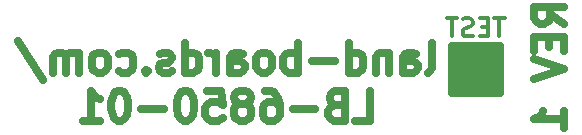
<source format=gbo>
G04 #@! TF.GenerationSoftware,KiCad,Pcbnew,(6.0.1)*
G04 #@! TF.CreationDate,2022-09-10T06:26:57-04:00*
G04 #@! TF.ProjectId,LB-68B50-01,4c422d36-3842-4353-902d-30312e6b6963,1*
G04 #@! TF.SameCoordinates,Original*
G04 #@! TF.FileFunction,Legend,Bot*
G04 #@! TF.FilePolarity,Positive*
%FSLAX46Y46*%
G04 Gerber Fmt 4.6, Leading zero omitted, Abs format (unit mm)*
G04 Created by KiCad (PCBNEW (6.0.1)) date 2022-09-10 06:26:57*
%MOMM*%
%LPD*%
G01*
G04 APERTURE LIST*
%ADD10C,0.635000*%
%ADD11C,0.304800*%
%ADD12C,0.650000*%
G04 APERTURE END LIST*
D10*
X168631809Y-141471347D02*
X168873714Y-141350395D01*
X168994666Y-141108490D01*
X168994666Y-138931347D01*
X166575619Y-141471347D02*
X166575619Y-140140871D01*
X166696571Y-139898966D01*
X166938476Y-139778014D01*
X167422285Y-139778014D01*
X167664190Y-139898966D01*
X166575619Y-141350395D02*
X166817523Y-141471347D01*
X167422285Y-141471347D01*
X167664190Y-141350395D01*
X167785142Y-141108490D01*
X167785142Y-140866585D01*
X167664190Y-140624680D01*
X167422285Y-140503728D01*
X166817523Y-140503728D01*
X166575619Y-140382776D01*
X165366095Y-139778014D02*
X165366095Y-141471347D01*
X165366095Y-140019919D02*
X165245142Y-139898966D01*
X165003238Y-139778014D01*
X164640380Y-139778014D01*
X164398476Y-139898966D01*
X164277523Y-140140871D01*
X164277523Y-141471347D01*
X161979428Y-141471347D02*
X161979428Y-138931347D01*
X161979428Y-141350395D02*
X162221333Y-141471347D01*
X162705142Y-141471347D01*
X162947047Y-141350395D01*
X163068000Y-141229442D01*
X163188952Y-140987538D01*
X163188952Y-140261823D01*
X163068000Y-140019919D01*
X162947047Y-139898966D01*
X162705142Y-139778014D01*
X162221333Y-139778014D01*
X161979428Y-139898966D01*
X160769904Y-140503728D02*
X158834666Y-140503728D01*
X157625142Y-141471347D02*
X157625142Y-138931347D01*
X157625142Y-139898966D02*
X157383238Y-139778014D01*
X156899428Y-139778014D01*
X156657523Y-139898966D01*
X156536571Y-140019919D01*
X156415619Y-140261823D01*
X156415619Y-140987538D01*
X156536571Y-141229442D01*
X156657523Y-141350395D01*
X156899428Y-141471347D01*
X157383238Y-141471347D01*
X157625142Y-141350395D01*
X154964190Y-141471347D02*
X155206095Y-141350395D01*
X155327047Y-141229442D01*
X155448000Y-140987538D01*
X155448000Y-140261823D01*
X155327047Y-140019919D01*
X155206095Y-139898966D01*
X154964190Y-139778014D01*
X154601333Y-139778014D01*
X154359428Y-139898966D01*
X154238476Y-140019919D01*
X154117523Y-140261823D01*
X154117523Y-140987538D01*
X154238476Y-141229442D01*
X154359428Y-141350395D01*
X154601333Y-141471347D01*
X154964190Y-141471347D01*
X151940380Y-141471347D02*
X151940380Y-140140871D01*
X152061333Y-139898966D01*
X152303238Y-139778014D01*
X152787047Y-139778014D01*
X153028952Y-139898966D01*
X151940380Y-141350395D02*
X152182285Y-141471347D01*
X152787047Y-141471347D01*
X153028952Y-141350395D01*
X153149904Y-141108490D01*
X153149904Y-140866585D01*
X153028952Y-140624680D01*
X152787047Y-140503728D01*
X152182285Y-140503728D01*
X151940380Y-140382776D01*
X150730857Y-141471347D02*
X150730857Y-139778014D01*
X150730857Y-140261823D02*
X150609904Y-140019919D01*
X150488952Y-139898966D01*
X150247047Y-139778014D01*
X150005142Y-139778014D01*
X148069904Y-141471347D02*
X148069904Y-138931347D01*
X148069904Y-141350395D02*
X148311809Y-141471347D01*
X148795619Y-141471347D01*
X149037523Y-141350395D01*
X149158476Y-141229442D01*
X149279428Y-140987538D01*
X149279428Y-140261823D01*
X149158476Y-140019919D01*
X149037523Y-139898966D01*
X148795619Y-139778014D01*
X148311809Y-139778014D01*
X148069904Y-139898966D01*
X146981333Y-141350395D02*
X146739428Y-141471347D01*
X146255619Y-141471347D01*
X146013714Y-141350395D01*
X145892761Y-141108490D01*
X145892761Y-140987538D01*
X146013714Y-140745633D01*
X146255619Y-140624680D01*
X146618476Y-140624680D01*
X146860380Y-140503728D01*
X146981333Y-140261823D01*
X146981333Y-140140871D01*
X146860380Y-139898966D01*
X146618476Y-139778014D01*
X146255619Y-139778014D01*
X146013714Y-139898966D01*
X144804190Y-141229442D02*
X144683238Y-141350395D01*
X144804190Y-141471347D01*
X144925142Y-141350395D01*
X144804190Y-141229442D01*
X144804190Y-141471347D01*
X142506095Y-141350395D02*
X142748000Y-141471347D01*
X143231809Y-141471347D01*
X143473714Y-141350395D01*
X143594666Y-141229442D01*
X143715619Y-140987538D01*
X143715619Y-140261823D01*
X143594666Y-140019919D01*
X143473714Y-139898966D01*
X143231809Y-139778014D01*
X142748000Y-139778014D01*
X142506095Y-139898966D01*
X141054666Y-141471347D02*
X141296571Y-141350395D01*
X141417523Y-141229442D01*
X141538476Y-140987538D01*
X141538476Y-140261823D01*
X141417523Y-140019919D01*
X141296571Y-139898966D01*
X141054666Y-139778014D01*
X140691809Y-139778014D01*
X140449904Y-139898966D01*
X140328952Y-140019919D01*
X140208000Y-140261823D01*
X140208000Y-140987538D01*
X140328952Y-141229442D01*
X140449904Y-141350395D01*
X140691809Y-141471347D01*
X141054666Y-141471347D01*
X139119428Y-141471347D02*
X139119428Y-139778014D01*
X139119428Y-140019919D02*
X138998476Y-139898966D01*
X138756571Y-139778014D01*
X138393714Y-139778014D01*
X138151809Y-139898966D01*
X138030857Y-140140871D01*
X138030857Y-141471347D01*
X138030857Y-140140871D02*
X137909904Y-139898966D01*
X137668000Y-139778014D01*
X137305142Y-139778014D01*
X137063238Y-139898966D01*
X136942285Y-140140871D01*
X136942285Y-141471347D01*
X133918476Y-138810395D02*
X136095619Y-142076109D01*
X162523714Y-145560747D02*
X163733238Y-145560747D01*
X163733238Y-143020747D01*
X160830380Y-144230271D02*
X160467523Y-144351223D01*
X160346571Y-144472176D01*
X160225619Y-144714080D01*
X160225619Y-145076938D01*
X160346571Y-145318842D01*
X160467523Y-145439795D01*
X160709428Y-145560747D01*
X161677047Y-145560747D01*
X161677047Y-143020747D01*
X160830380Y-143020747D01*
X160588476Y-143141700D01*
X160467523Y-143262652D01*
X160346571Y-143504557D01*
X160346571Y-143746461D01*
X160467523Y-143988366D01*
X160588476Y-144109319D01*
X160830380Y-144230271D01*
X161677047Y-144230271D01*
X159137047Y-144593128D02*
X157201809Y-144593128D01*
X154903714Y-143020747D02*
X155387523Y-143020747D01*
X155629428Y-143141700D01*
X155750380Y-143262652D01*
X155992285Y-143625509D01*
X156113238Y-144109319D01*
X156113238Y-145076938D01*
X155992285Y-145318842D01*
X155871333Y-145439795D01*
X155629428Y-145560747D01*
X155145619Y-145560747D01*
X154903714Y-145439795D01*
X154782761Y-145318842D01*
X154661809Y-145076938D01*
X154661809Y-144472176D01*
X154782761Y-144230271D01*
X154903714Y-144109319D01*
X155145619Y-143988366D01*
X155629428Y-143988366D01*
X155871333Y-144109319D01*
X155992285Y-144230271D01*
X156113238Y-144472176D01*
X153210380Y-144109319D02*
X153452285Y-143988366D01*
X153573238Y-143867414D01*
X153694190Y-143625509D01*
X153694190Y-143504557D01*
X153573238Y-143262652D01*
X153452285Y-143141700D01*
X153210380Y-143020747D01*
X152726571Y-143020747D01*
X152484666Y-143141700D01*
X152363714Y-143262652D01*
X152242761Y-143504557D01*
X152242761Y-143625509D01*
X152363714Y-143867414D01*
X152484666Y-143988366D01*
X152726571Y-144109319D01*
X153210380Y-144109319D01*
X153452285Y-144230271D01*
X153573238Y-144351223D01*
X153694190Y-144593128D01*
X153694190Y-145076938D01*
X153573238Y-145318842D01*
X153452285Y-145439795D01*
X153210380Y-145560747D01*
X152726571Y-145560747D01*
X152484666Y-145439795D01*
X152363714Y-145318842D01*
X152242761Y-145076938D01*
X152242761Y-144593128D01*
X152363714Y-144351223D01*
X152484666Y-144230271D01*
X152726571Y-144109319D01*
X149944666Y-143020747D02*
X151154190Y-143020747D01*
X151275142Y-144230271D01*
X151154190Y-144109319D01*
X150912285Y-143988366D01*
X150307523Y-143988366D01*
X150065619Y-144109319D01*
X149944666Y-144230271D01*
X149823714Y-144472176D01*
X149823714Y-145076938D01*
X149944666Y-145318842D01*
X150065619Y-145439795D01*
X150307523Y-145560747D01*
X150912285Y-145560747D01*
X151154190Y-145439795D01*
X151275142Y-145318842D01*
X148251333Y-143020747D02*
X148009428Y-143020747D01*
X147767523Y-143141700D01*
X147646571Y-143262652D01*
X147525619Y-143504557D01*
X147404666Y-143988366D01*
X147404666Y-144593128D01*
X147525619Y-145076938D01*
X147646571Y-145318842D01*
X147767523Y-145439795D01*
X148009428Y-145560747D01*
X148251333Y-145560747D01*
X148493238Y-145439795D01*
X148614190Y-145318842D01*
X148735142Y-145076938D01*
X148856095Y-144593128D01*
X148856095Y-143988366D01*
X148735142Y-143504557D01*
X148614190Y-143262652D01*
X148493238Y-143141700D01*
X148251333Y-143020747D01*
X146316095Y-144593128D02*
X144380857Y-144593128D01*
X142687523Y-143020747D02*
X142445619Y-143020747D01*
X142203714Y-143141700D01*
X142082761Y-143262652D01*
X141961809Y-143504557D01*
X141840857Y-143988366D01*
X141840857Y-144593128D01*
X141961809Y-145076938D01*
X142082761Y-145318842D01*
X142203714Y-145439795D01*
X142445619Y-145560747D01*
X142687523Y-145560747D01*
X142929428Y-145439795D01*
X143050380Y-145318842D01*
X143171333Y-145076938D01*
X143292285Y-144593128D01*
X143292285Y-143988366D01*
X143171333Y-143504557D01*
X143050380Y-143262652D01*
X142929428Y-143141700D01*
X142687523Y-143020747D01*
X139421809Y-145560747D02*
X140873238Y-145560747D01*
X140147523Y-145560747D02*
X140147523Y-143020747D01*
X140389428Y-143383604D01*
X140631333Y-143625509D01*
X140873238Y-143746461D01*
X180219047Y-137341428D02*
X179009523Y-136494761D01*
X180219047Y-135890000D02*
X177679047Y-135890000D01*
X177679047Y-136857619D01*
X177800000Y-137099523D01*
X177920952Y-137220476D01*
X178162857Y-137341428D01*
X178525714Y-137341428D01*
X178767619Y-137220476D01*
X178888571Y-137099523D01*
X179009523Y-136857619D01*
X179009523Y-135890000D01*
X178888571Y-138430000D02*
X178888571Y-139276666D01*
X180219047Y-139639523D02*
X180219047Y-138430000D01*
X177679047Y-138430000D01*
X177679047Y-139639523D01*
X177679047Y-140365238D02*
X180219047Y-141211904D01*
X177679047Y-142058571D01*
X180219047Y-146170952D02*
X180219047Y-144719523D01*
X180219047Y-145445238D02*
X177679047Y-145445238D01*
X178041904Y-145203333D01*
X178283809Y-144961428D01*
X178404761Y-144719523D01*
D11*
X175151142Y-136889428D02*
X174280285Y-136889428D01*
X174715714Y-138413428D02*
X174715714Y-136889428D01*
X173772285Y-137615142D02*
X173264285Y-137615142D01*
X173046571Y-138413428D02*
X173772285Y-138413428D01*
X173772285Y-136889428D01*
X173046571Y-136889428D01*
X172466000Y-138340857D02*
X172248285Y-138413428D01*
X171885428Y-138413428D01*
X171740285Y-138340857D01*
X171667714Y-138268285D01*
X171595142Y-138123142D01*
X171595142Y-137978000D01*
X171667714Y-137832857D01*
X171740285Y-137760285D01*
X171885428Y-137687714D01*
X172175714Y-137615142D01*
X172320857Y-137542571D01*
X172393428Y-137470000D01*
X172466000Y-137324857D01*
X172466000Y-137179714D01*
X172393428Y-137034571D01*
X172320857Y-136962000D01*
X172175714Y-136889428D01*
X171812857Y-136889428D01*
X171595142Y-136962000D01*
X171159714Y-136889428D02*
X170288857Y-136889428D01*
X170724285Y-138413428D02*
X170724285Y-136889428D01*
D12*
X170720000Y-143224000D02*
X170720000Y-139224000D01*
X170720000Y-141724000D02*
X174220000Y-141724000D01*
X170720000Y-140224000D02*
X170720000Y-140724000D01*
X170720000Y-139224000D02*
X170720000Y-139724000D01*
X170720000Y-142724000D02*
X174720000Y-142724000D01*
X174220000Y-141724000D02*
X174720000Y-141724000D01*
X170720000Y-139224000D02*
X174720000Y-139224000D01*
X174720000Y-142224000D02*
X170720000Y-142224000D01*
X170720000Y-139724000D02*
X174720000Y-139724000D01*
X174720000Y-139224000D02*
X174720000Y-143224000D01*
X174720000Y-141724000D02*
X174720000Y-142224000D01*
X174720000Y-143224000D02*
X170720000Y-143224000D01*
X174720000Y-140724000D02*
X174720000Y-141224000D01*
X170720000Y-140724000D02*
X174720000Y-140724000D01*
X174720000Y-139724000D02*
X174720000Y-140224000D01*
X170720000Y-141224000D02*
X170720000Y-141724000D01*
X174720000Y-140224000D02*
X170720000Y-140224000D01*
X174720000Y-141224000D02*
X170720000Y-141224000D01*
X170720000Y-142224000D02*
X170720000Y-142724000D01*
M02*

</source>
